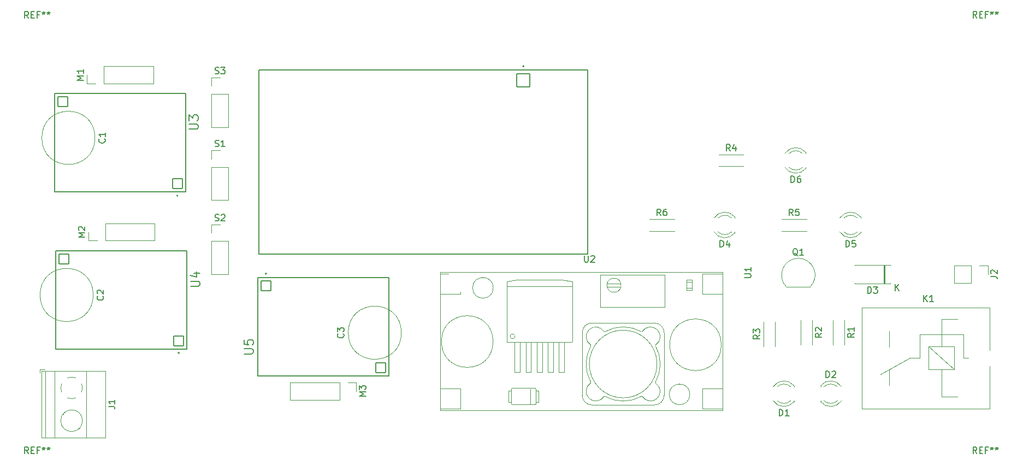
<source format=gto>
%TF.GenerationSoftware,KiCad,Pcbnew,8.0.0*%
%TF.CreationDate,2024-04-26T14:48:52+07:00*%
%TF.ProjectId,tugas-akhir,74756761-732d-4616-9b68-69722e6b6963,0*%
%TF.SameCoordinates,Original*%
%TF.FileFunction,Legend,Top*%
%TF.FilePolarity,Positive*%
%FSLAX46Y46*%
G04 Gerber Fmt 4.6, Leading zero omitted, Abs format (unit mm)*
G04 Created by KiCad (PCBNEW 8.0.0) date 2024-04-26 14:48:52*
%MOMM*%
%LPD*%
G01*
G04 APERTURE LIST*
G04 Aperture macros list*
%AMRoundRect*
0 Rectangle with rounded corners*
0 $1 Rounding radius*
0 $2 $3 $4 $5 $6 $7 $8 $9 X,Y pos of 4 corners*
0 Add a 4 corners polygon primitive as box body*
4,1,4,$2,$3,$4,$5,$6,$7,$8,$9,$2,$3,0*
0 Add four circle primitives for the rounded corners*
1,1,$1+$1,$2,$3*
1,1,$1+$1,$4,$5*
1,1,$1+$1,$6,$7*
1,1,$1+$1,$8,$9*
0 Add four rect primitives between the rounded corners*
20,1,$1+$1,$2,$3,$4,$5,0*
20,1,$1+$1,$4,$5,$6,$7,0*
20,1,$1+$1,$6,$7,$8,$9,0*
20,1,$1+$1,$8,$9,$2,$3,0*%
G04 Aperture macros list end*
%ADD10C,0.150000*%
%ADD11C,0.120000*%
%ADD12C,0.127000*%
%ADD13C,0.200000*%
%ADD14R,2.600000X2.600000*%
%ADD15C,2.600000*%
%ADD16C,1.400000*%
%ADD17O,1.400000X1.400000*%
%ADD18R,1.700000X1.700000*%
%ADD19O,1.700000X1.700000*%
%ADD20R,1.800000X1.800000*%
%ADD21C,1.800000*%
%ADD22RoundRect,0.102000X-0.762000X0.762000X-0.762000X-0.762000X0.762000X-0.762000X0.762000X0.762000X0*%
%ADD23C,1.728000*%
%ADD24RoundRect,0.102000X-1.000000X1.000000X-1.000000X-1.000000X1.000000X-1.000000X1.000000X1.000000X0*%
%ADD25C,2.204000*%
%ADD26C,3.000000*%
%ADD27C,2.500000*%
%ADD28C,3.200000*%
%ADD29R,1.050000X1.500000*%
%ADD30O,1.050000X1.500000*%
%ADD31C,1.600000*%
%ADD32RoundRect,0.102000X0.762000X-0.762000X0.762000X0.762000X-0.762000X0.762000X-0.762000X-0.762000X0*%
%ADD33R,2.540000X2.540000*%
%ADD34C,2.540000*%
%ADD35R,2.200000X2.200000*%
%ADD36O,2.200000X2.200000*%
G04 APERTURE END LIST*
D10*
X80059819Y-114173333D02*
X80774104Y-114173333D01*
X80774104Y-114173333D02*
X80916961Y-114220952D01*
X80916961Y-114220952D02*
X81012200Y-114316190D01*
X81012200Y-114316190D02*
X81059819Y-114459047D01*
X81059819Y-114459047D02*
X81059819Y-114554285D01*
X81059819Y-113173333D02*
X81059819Y-113744761D01*
X81059819Y-113459047D02*
X80059819Y-113459047D01*
X80059819Y-113459047D02*
X80202676Y-113554285D01*
X80202676Y-113554285D02*
X80297914Y-113649523D01*
X80297914Y-113649523D02*
X80345533Y-113744761D01*
X181029819Y-103116666D02*
X180553628Y-103449999D01*
X181029819Y-103688094D02*
X180029819Y-103688094D01*
X180029819Y-103688094D02*
X180029819Y-103307142D01*
X180029819Y-103307142D02*
X180077438Y-103211904D01*
X180077438Y-103211904D02*
X180125057Y-103164285D01*
X180125057Y-103164285D02*
X180220295Y-103116666D01*
X180220295Y-103116666D02*
X180363152Y-103116666D01*
X180363152Y-103116666D02*
X180458390Y-103164285D01*
X180458390Y-103164285D02*
X180506009Y-103211904D01*
X180506009Y-103211904D02*
X180553628Y-103307142D01*
X180553628Y-103307142D02*
X180553628Y-103688094D01*
X180029819Y-102783332D02*
X180029819Y-102164285D01*
X180029819Y-102164285D02*
X180410771Y-102497618D01*
X180410771Y-102497618D02*
X180410771Y-102354761D01*
X180410771Y-102354761D02*
X180458390Y-102259523D01*
X180458390Y-102259523D02*
X180506009Y-102211904D01*
X180506009Y-102211904D02*
X180601247Y-102164285D01*
X180601247Y-102164285D02*
X180839342Y-102164285D01*
X180839342Y-102164285D02*
X180934580Y-102211904D01*
X180934580Y-102211904D02*
X180982200Y-102259523D01*
X180982200Y-102259523D02*
X181029819Y-102354761D01*
X181029819Y-102354761D02*
X181029819Y-102640475D01*
X181029819Y-102640475D02*
X180982200Y-102735713D01*
X180982200Y-102735713D02*
X180934580Y-102783332D01*
X96583095Y-62587200D02*
X96725952Y-62634819D01*
X96725952Y-62634819D02*
X96964047Y-62634819D01*
X96964047Y-62634819D02*
X97059285Y-62587200D01*
X97059285Y-62587200D02*
X97106904Y-62539580D01*
X97106904Y-62539580D02*
X97154523Y-62444342D01*
X97154523Y-62444342D02*
X97154523Y-62349104D01*
X97154523Y-62349104D02*
X97106904Y-62253866D01*
X97106904Y-62253866D02*
X97059285Y-62206247D01*
X97059285Y-62206247D02*
X96964047Y-62158628D01*
X96964047Y-62158628D02*
X96773571Y-62111009D01*
X96773571Y-62111009D02*
X96678333Y-62063390D01*
X96678333Y-62063390D02*
X96630714Y-62015771D01*
X96630714Y-62015771D02*
X96583095Y-61920533D01*
X96583095Y-61920533D02*
X96583095Y-61825295D01*
X96583095Y-61825295D02*
X96630714Y-61730057D01*
X96630714Y-61730057D02*
X96678333Y-61682438D01*
X96678333Y-61682438D02*
X96773571Y-61634819D01*
X96773571Y-61634819D02*
X97011666Y-61634819D01*
X97011666Y-61634819D02*
X97154523Y-61682438D01*
X97487857Y-61634819D02*
X98106904Y-61634819D01*
X98106904Y-61634819D02*
X97773571Y-62015771D01*
X97773571Y-62015771D02*
X97916428Y-62015771D01*
X97916428Y-62015771D02*
X98011666Y-62063390D01*
X98011666Y-62063390D02*
X98059285Y-62111009D01*
X98059285Y-62111009D02*
X98106904Y-62206247D01*
X98106904Y-62206247D02*
X98106904Y-62444342D01*
X98106904Y-62444342D02*
X98059285Y-62539580D01*
X98059285Y-62539580D02*
X98011666Y-62587200D01*
X98011666Y-62587200D02*
X97916428Y-62634819D01*
X97916428Y-62634819D02*
X97630714Y-62634819D01*
X97630714Y-62634819D02*
X97535476Y-62587200D01*
X97535476Y-62587200D02*
X97487857Y-62539580D01*
X76399819Y-87959523D02*
X75399819Y-87959523D01*
X75399819Y-87959523D02*
X76114104Y-87626190D01*
X76114104Y-87626190D02*
X75399819Y-87292857D01*
X75399819Y-87292857D02*
X76399819Y-87292857D01*
X75495057Y-86864285D02*
X75447438Y-86816666D01*
X75447438Y-86816666D02*
X75399819Y-86721428D01*
X75399819Y-86721428D02*
X75399819Y-86483333D01*
X75399819Y-86483333D02*
X75447438Y-86388095D01*
X75447438Y-86388095D02*
X75495057Y-86340476D01*
X75495057Y-86340476D02*
X75590295Y-86292857D01*
X75590295Y-86292857D02*
X75685533Y-86292857D01*
X75685533Y-86292857D02*
X75828390Y-86340476D01*
X75828390Y-86340476D02*
X76399819Y-86911904D01*
X76399819Y-86911904D02*
X76399819Y-86292857D01*
X119929819Y-112609523D02*
X118929819Y-112609523D01*
X118929819Y-112609523D02*
X119644104Y-112276190D01*
X119644104Y-112276190D02*
X118929819Y-111942857D01*
X118929819Y-111942857D02*
X119929819Y-111942857D01*
X118929819Y-111561904D02*
X118929819Y-110942857D01*
X118929819Y-110942857D02*
X119310771Y-111276190D01*
X119310771Y-111276190D02*
X119310771Y-111133333D01*
X119310771Y-111133333D02*
X119358390Y-111038095D01*
X119358390Y-111038095D02*
X119406009Y-110990476D01*
X119406009Y-110990476D02*
X119501247Y-110942857D01*
X119501247Y-110942857D02*
X119739342Y-110942857D01*
X119739342Y-110942857D02*
X119834580Y-110990476D01*
X119834580Y-110990476D02*
X119882200Y-111038095D01*
X119882200Y-111038095D02*
X119929819Y-111133333D01*
X119929819Y-111133333D02*
X119929819Y-111419047D01*
X119929819Y-111419047D02*
X119882200Y-111514285D01*
X119882200Y-111514285D02*
X119834580Y-111561904D01*
X194361905Y-89464819D02*
X194361905Y-88464819D01*
X194361905Y-88464819D02*
X194600000Y-88464819D01*
X194600000Y-88464819D02*
X194742857Y-88512438D01*
X194742857Y-88512438D02*
X194838095Y-88607676D01*
X194838095Y-88607676D02*
X194885714Y-88702914D01*
X194885714Y-88702914D02*
X194933333Y-88893390D01*
X194933333Y-88893390D02*
X194933333Y-89036247D01*
X194933333Y-89036247D02*
X194885714Y-89226723D01*
X194885714Y-89226723D02*
X194838095Y-89321961D01*
X194838095Y-89321961D02*
X194742857Y-89417200D01*
X194742857Y-89417200D02*
X194600000Y-89464819D01*
X194600000Y-89464819D02*
X194361905Y-89464819D01*
X195838095Y-88464819D02*
X195361905Y-88464819D01*
X195361905Y-88464819D02*
X195314286Y-88941009D01*
X195314286Y-88941009D02*
X195361905Y-88893390D01*
X195361905Y-88893390D02*
X195457143Y-88845771D01*
X195457143Y-88845771D02*
X195695238Y-88845771D01*
X195695238Y-88845771D02*
X195790476Y-88893390D01*
X195790476Y-88893390D02*
X195838095Y-88941009D01*
X195838095Y-88941009D02*
X195885714Y-89036247D01*
X195885714Y-89036247D02*
X195885714Y-89274342D01*
X195885714Y-89274342D02*
X195838095Y-89369580D01*
X195838095Y-89369580D02*
X195790476Y-89417200D01*
X195790476Y-89417200D02*
X195695238Y-89464819D01*
X195695238Y-89464819D02*
X195457143Y-89464819D01*
X195457143Y-89464819D02*
X195361905Y-89417200D01*
X195361905Y-89417200D02*
X195314286Y-89369580D01*
X96583095Y-73877200D02*
X96725952Y-73924819D01*
X96725952Y-73924819D02*
X96964047Y-73924819D01*
X96964047Y-73924819D02*
X97059285Y-73877200D01*
X97059285Y-73877200D02*
X97106904Y-73829580D01*
X97106904Y-73829580D02*
X97154523Y-73734342D01*
X97154523Y-73734342D02*
X97154523Y-73639104D01*
X97154523Y-73639104D02*
X97106904Y-73543866D01*
X97106904Y-73543866D02*
X97059285Y-73496247D01*
X97059285Y-73496247D02*
X96964047Y-73448628D01*
X96964047Y-73448628D02*
X96773571Y-73401009D01*
X96773571Y-73401009D02*
X96678333Y-73353390D01*
X96678333Y-73353390D02*
X96630714Y-73305771D01*
X96630714Y-73305771D02*
X96583095Y-73210533D01*
X96583095Y-73210533D02*
X96583095Y-73115295D01*
X96583095Y-73115295D02*
X96630714Y-73020057D01*
X96630714Y-73020057D02*
X96678333Y-72972438D01*
X96678333Y-72972438D02*
X96773571Y-72924819D01*
X96773571Y-72924819D02*
X97011666Y-72924819D01*
X97011666Y-72924819D02*
X97154523Y-72972438D01*
X98106904Y-73924819D02*
X97535476Y-73924819D01*
X97821190Y-73924819D02*
X97821190Y-72924819D01*
X97821190Y-72924819D02*
X97725952Y-73067676D01*
X97725952Y-73067676D02*
X97630714Y-73162914D01*
X97630714Y-73162914D02*
X97535476Y-73210533D01*
X96583095Y-85377200D02*
X96725952Y-85424819D01*
X96725952Y-85424819D02*
X96964047Y-85424819D01*
X96964047Y-85424819D02*
X97059285Y-85377200D01*
X97059285Y-85377200D02*
X97106904Y-85329580D01*
X97106904Y-85329580D02*
X97154523Y-85234342D01*
X97154523Y-85234342D02*
X97154523Y-85139104D01*
X97154523Y-85139104D02*
X97106904Y-85043866D01*
X97106904Y-85043866D02*
X97059285Y-84996247D01*
X97059285Y-84996247D02*
X96964047Y-84948628D01*
X96964047Y-84948628D02*
X96773571Y-84901009D01*
X96773571Y-84901009D02*
X96678333Y-84853390D01*
X96678333Y-84853390D02*
X96630714Y-84805771D01*
X96630714Y-84805771D02*
X96583095Y-84710533D01*
X96583095Y-84710533D02*
X96583095Y-84615295D01*
X96583095Y-84615295D02*
X96630714Y-84520057D01*
X96630714Y-84520057D02*
X96678333Y-84472438D01*
X96678333Y-84472438D02*
X96773571Y-84424819D01*
X96773571Y-84424819D02*
X97011666Y-84424819D01*
X97011666Y-84424819D02*
X97154523Y-84472438D01*
X97535476Y-84520057D02*
X97583095Y-84472438D01*
X97583095Y-84472438D02*
X97678333Y-84424819D01*
X97678333Y-84424819D02*
X97916428Y-84424819D01*
X97916428Y-84424819D02*
X98011666Y-84472438D01*
X98011666Y-84472438D02*
X98059285Y-84520057D01*
X98059285Y-84520057D02*
X98106904Y-84615295D01*
X98106904Y-84615295D02*
X98106904Y-84710533D01*
X98106904Y-84710533D02*
X98059285Y-84853390D01*
X98059285Y-84853390D02*
X97487857Y-85424819D01*
X97487857Y-85424819D02*
X98106904Y-85424819D01*
X186178333Y-84584819D02*
X185845000Y-84108628D01*
X185606905Y-84584819D02*
X185606905Y-83584819D01*
X185606905Y-83584819D02*
X185987857Y-83584819D01*
X185987857Y-83584819D02*
X186083095Y-83632438D01*
X186083095Y-83632438D02*
X186130714Y-83680057D01*
X186130714Y-83680057D02*
X186178333Y-83775295D01*
X186178333Y-83775295D02*
X186178333Y-83918152D01*
X186178333Y-83918152D02*
X186130714Y-84013390D01*
X186130714Y-84013390D02*
X186083095Y-84061009D01*
X186083095Y-84061009D02*
X185987857Y-84108628D01*
X185987857Y-84108628D02*
X185606905Y-84108628D01*
X187083095Y-83584819D02*
X186606905Y-83584819D01*
X186606905Y-83584819D02*
X186559286Y-84061009D01*
X186559286Y-84061009D02*
X186606905Y-84013390D01*
X186606905Y-84013390D02*
X186702143Y-83965771D01*
X186702143Y-83965771D02*
X186940238Y-83965771D01*
X186940238Y-83965771D02*
X187035476Y-84013390D01*
X187035476Y-84013390D02*
X187083095Y-84061009D01*
X187083095Y-84061009D02*
X187130714Y-84156247D01*
X187130714Y-84156247D02*
X187130714Y-84394342D01*
X187130714Y-84394342D02*
X187083095Y-84489580D01*
X187083095Y-84489580D02*
X187035476Y-84537200D01*
X187035476Y-84537200D02*
X186940238Y-84584819D01*
X186940238Y-84584819D02*
X186702143Y-84584819D01*
X186702143Y-84584819D02*
X186606905Y-84537200D01*
X186606905Y-84537200D02*
X186559286Y-84489580D01*
X184026905Y-115614819D02*
X184026905Y-114614819D01*
X184026905Y-114614819D02*
X184265000Y-114614819D01*
X184265000Y-114614819D02*
X184407857Y-114662438D01*
X184407857Y-114662438D02*
X184503095Y-114757676D01*
X184503095Y-114757676D02*
X184550714Y-114852914D01*
X184550714Y-114852914D02*
X184598333Y-115043390D01*
X184598333Y-115043390D02*
X184598333Y-115186247D01*
X184598333Y-115186247D02*
X184550714Y-115376723D01*
X184550714Y-115376723D02*
X184503095Y-115471961D01*
X184503095Y-115471961D02*
X184407857Y-115567200D01*
X184407857Y-115567200D02*
X184265000Y-115614819D01*
X184265000Y-115614819D02*
X184026905Y-115614819D01*
X185550714Y-115614819D02*
X184979286Y-115614819D01*
X185265000Y-115614819D02*
X185265000Y-114614819D01*
X185265000Y-114614819D02*
X185169762Y-114757676D01*
X185169762Y-114757676D02*
X185074524Y-114852914D01*
X185074524Y-114852914D02*
X184979286Y-114900533D01*
X195619819Y-102866666D02*
X195143628Y-103199999D01*
X195619819Y-103438094D02*
X194619819Y-103438094D01*
X194619819Y-103438094D02*
X194619819Y-103057142D01*
X194619819Y-103057142D02*
X194667438Y-102961904D01*
X194667438Y-102961904D02*
X194715057Y-102914285D01*
X194715057Y-102914285D02*
X194810295Y-102866666D01*
X194810295Y-102866666D02*
X194953152Y-102866666D01*
X194953152Y-102866666D02*
X195048390Y-102914285D01*
X195048390Y-102914285D02*
X195096009Y-102961904D01*
X195096009Y-102961904D02*
X195143628Y-103057142D01*
X195143628Y-103057142D02*
X195143628Y-103438094D01*
X195619819Y-101914285D02*
X195619819Y-102485713D01*
X195619819Y-102199999D02*
X194619819Y-102199999D01*
X194619819Y-102199999D02*
X194762676Y-102295237D01*
X194762676Y-102295237D02*
X194857914Y-102390475D01*
X194857914Y-102390475D02*
X194905533Y-102485713D01*
X216819819Y-94033333D02*
X217534104Y-94033333D01*
X217534104Y-94033333D02*
X217676961Y-94080952D01*
X217676961Y-94080952D02*
X217772200Y-94176190D01*
X217772200Y-94176190D02*
X217819819Y-94319047D01*
X217819819Y-94319047D02*
X217819819Y-94414285D01*
X216915057Y-93604761D02*
X216867438Y-93557142D01*
X216867438Y-93557142D02*
X216819819Y-93461904D01*
X216819819Y-93461904D02*
X216819819Y-93223809D01*
X216819819Y-93223809D02*
X216867438Y-93128571D01*
X216867438Y-93128571D02*
X216915057Y-93080952D01*
X216915057Y-93080952D02*
X217010295Y-93033333D01*
X217010295Y-93033333D02*
X217105533Y-93033333D01*
X217105533Y-93033333D02*
X217248390Y-93080952D01*
X217248390Y-93080952D02*
X217819819Y-93652380D01*
X217819819Y-93652380D02*
X217819819Y-93033333D01*
X92573866Y-71211666D02*
X93707200Y-71211666D01*
X93707200Y-71211666D02*
X93840533Y-71145000D01*
X93840533Y-71145000D02*
X93907200Y-71078333D01*
X93907200Y-71078333D02*
X93973866Y-70945000D01*
X93973866Y-70945000D02*
X93973866Y-70678333D01*
X93973866Y-70678333D02*
X93907200Y-70545000D01*
X93907200Y-70545000D02*
X93840533Y-70478333D01*
X93840533Y-70478333D02*
X93707200Y-70411666D01*
X93707200Y-70411666D02*
X92573866Y-70411666D01*
X92573866Y-69878333D02*
X92573866Y-69011666D01*
X92573866Y-69011666D02*
X93107200Y-69478333D01*
X93107200Y-69478333D02*
X93107200Y-69278333D01*
X93107200Y-69278333D02*
X93173866Y-69144999D01*
X93173866Y-69144999D02*
X93240533Y-69078333D01*
X93240533Y-69078333D02*
X93373866Y-69011666D01*
X93373866Y-69011666D02*
X93707200Y-69011666D01*
X93707200Y-69011666D02*
X93840533Y-69078333D01*
X93840533Y-69078333D02*
X93907200Y-69144999D01*
X93907200Y-69144999D02*
X93973866Y-69278333D01*
X93973866Y-69278333D02*
X93973866Y-69678333D01*
X93973866Y-69678333D02*
X93907200Y-69811666D01*
X93907200Y-69811666D02*
X93840533Y-69878333D01*
X76169819Y-63609523D02*
X75169819Y-63609523D01*
X75169819Y-63609523D02*
X75884104Y-63276190D01*
X75884104Y-63276190D02*
X75169819Y-62942857D01*
X75169819Y-62942857D02*
X76169819Y-62942857D01*
X76169819Y-61942857D02*
X76169819Y-62514285D01*
X76169819Y-62228571D02*
X75169819Y-62228571D01*
X75169819Y-62228571D02*
X75312676Y-62323809D01*
X75312676Y-62323809D02*
X75407914Y-62419047D01*
X75407914Y-62419047D02*
X75455533Y-62514285D01*
X178659819Y-94206904D02*
X179469342Y-94206904D01*
X179469342Y-94206904D02*
X179564580Y-94159285D01*
X179564580Y-94159285D02*
X179612200Y-94111666D01*
X179612200Y-94111666D02*
X179659819Y-94016428D01*
X179659819Y-94016428D02*
X179659819Y-93825952D01*
X179659819Y-93825952D02*
X179612200Y-93730714D01*
X179612200Y-93730714D02*
X179564580Y-93683095D01*
X179564580Y-93683095D02*
X179469342Y-93635476D01*
X179469342Y-93635476D02*
X178659819Y-93635476D01*
X179659819Y-92635476D02*
X179659819Y-93206904D01*
X179659819Y-92921190D02*
X178659819Y-92921190D01*
X178659819Y-92921190D02*
X178802676Y-93016428D01*
X178802676Y-93016428D02*
X178897914Y-93111666D01*
X178897914Y-93111666D02*
X178945533Y-93206904D01*
X206406905Y-97954819D02*
X206406905Y-96954819D01*
X206978333Y-97954819D02*
X206549762Y-97383390D01*
X206978333Y-96954819D02*
X206406905Y-97526247D01*
X207930714Y-97954819D02*
X207359286Y-97954819D01*
X207645000Y-97954819D02*
X207645000Y-96954819D01*
X207645000Y-96954819D02*
X207549762Y-97097676D01*
X207549762Y-97097676D02*
X207454524Y-97192914D01*
X207454524Y-97192914D02*
X207359286Y-97240533D01*
X92803866Y-95561666D02*
X93937200Y-95561666D01*
X93937200Y-95561666D02*
X94070533Y-95495000D01*
X94070533Y-95495000D02*
X94137200Y-95428333D01*
X94137200Y-95428333D02*
X94203866Y-95295000D01*
X94203866Y-95295000D02*
X94203866Y-95028333D01*
X94203866Y-95028333D02*
X94137200Y-94895000D01*
X94137200Y-94895000D02*
X94070533Y-94828333D01*
X94070533Y-94828333D02*
X93937200Y-94761666D01*
X93937200Y-94761666D02*
X92803866Y-94761666D01*
X93270533Y-93494999D02*
X94203866Y-93494999D01*
X92737200Y-93828333D02*
X93737200Y-94161666D01*
X93737200Y-94161666D02*
X93737200Y-93294999D01*
X67666666Y-121454819D02*
X67333333Y-120978628D01*
X67095238Y-121454819D02*
X67095238Y-120454819D01*
X67095238Y-120454819D02*
X67476190Y-120454819D01*
X67476190Y-120454819D02*
X67571428Y-120502438D01*
X67571428Y-120502438D02*
X67619047Y-120550057D01*
X67619047Y-120550057D02*
X67666666Y-120645295D01*
X67666666Y-120645295D02*
X67666666Y-120788152D01*
X67666666Y-120788152D02*
X67619047Y-120883390D01*
X67619047Y-120883390D02*
X67571428Y-120931009D01*
X67571428Y-120931009D02*
X67476190Y-120978628D01*
X67476190Y-120978628D02*
X67095238Y-120978628D01*
X68095238Y-120931009D02*
X68428571Y-120931009D01*
X68571428Y-121454819D02*
X68095238Y-121454819D01*
X68095238Y-121454819D02*
X68095238Y-120454819D01*
X68095238Y-120454819D02*
X68571428Y-120454819D01*
X69333333Y-120931009D02*
X69000000Y-120931009D01*
X69000000Y-121454819D02*
X69000000Y-120454819D01*
X69000000Y-120454819D02*
X69476190Y-120454819D01*
X70000000Y-120454819D02*
X70000000Y-120692914D01*
X69761905Y-120597676D02*
X70000000Y-120692914D01*
X70000000Y-120692914D02*
X70238095Y-120597676D01*
X69857143Y-120883390D02*
X70000000Y-120692914D01*
X70000000Y-120692914D02*
X70142857Y-120883390D01*
X70761905Y-120454819D02*
X70761905Y-120692914D01*
X70523810Y-120597676D02*
X70761905Y-120692914D01*
X70761905Y-120692914D02*
X71000000Y-120597676D01*
X70619048Y-120883390D02*
X70761905Y-120692914D01*
X70761905Y-120692914D02*
X70904762Y-120883390D01*
X186899761Y-90800057D02*
X186804523Y-90752438D01*
X186804523Y-90752438D02*
X186709285Y-90657200D01*
X186709285Y-90657200D02*
X186566428Y-90514342D01*
X186566428Y-90514342D02*
X186471190Y-90466723D01*
X186471190Y-90466723D02*
X186375952Y-90466723D01*
X186423571Y-90704819D02*
X186328333Y-90657200D01*
X186328333Y-90657200D02*
X186233095Y-90561961D01*
X186233095Y-90561961D02*
X186185476Y-90371485D01*
X186185476Y-90371485D02*
X186185476Y-90038152D01*
X186185476Y-90038152D02*
X186233095Y-89847676D01*
X186233095Y-89847676D02*
X186328333Y-89752438D01*
X186328333Y-89752438D02*
X186423571Y-89704819D01*
X186423571Y-89704819D02*
X186614047Y-89704819D01*
X186614047Y-89704819D02*
X186709285Y-89752438D01*
X186709285Y-89752438D02*
X186804523Y-89847676D01*
X186804523Y-89847676D02*
X186852142Y-90038152D01*
X186852142Y-90038152D02*
X186852142Y-90371485D01*
X186852142Y-90371485D02*
X186804523Y-90561961D01*
X186804523Y-90561961D02*
X186709285Y-90657200D01*
X186709285Y-90657200D02*
X186614047Y-90704819D01*
X186614047Y-90704819D02*
X186423571Y-90704819D01*
X187804523Y-90704819D02*
X187233095Y-90704819D01*
X187518809Y-90704819D02*
X187518809Y-89704819D01*
X187518809Y-89704819D02*
X187423571Y-89847676D01*
X187423571Y-89847676D02*
X187328333Y-89942914D01*
X187328333Y-89942914D02*
X187233095Y-89990533D01*
X79454580Y-72716666D02*
X79502200Y-72764285D01*
X79502200Y-72764285D02*
X79549819Y-72907142D01*
X79549819Y-72907142D02*
X79549819Y-73002380D01*
X79549819Y-73002380D02*
X79502200Y-73145237D01*
X79502200Y-73145237D02*
X79406961Y-73240475D01*
X79406961Y-73240475D02*
X79311723Y-73288094D01*
X79311723Y-73288094D02*
X79121247Y-73335713D01*
X79121247Y-73335713D02*
X78978390Y-73335713D01*
X78978390Y-73335713D02*
X78787914Y-73288094D01*
X78787914Y-73288094D02*
X78692676Y-73240475D01*
X78692676Y-73240475D02*
X78597438Y-73145237D01*
X78597438Y-73145237D02*
X78549819Y-73002380D01*
X78549819Y-73002380D02*
X78549819Y-72907142D01*
X78549819Y-72907142D02*
X78597438Y-72764285D01*
X78597438Y-72764285D02*
X78645057Y-72716666D01*
X79549819Y-71764285D02*
X79549819Y-72335713D01*
X79549819Y-72049999D02*
X78549819Y-72049999D01*
X78549819Y-72049999D02*
X78692676Y-72145237D01*
X78692676Y-72145237D02*
X78787914Y-72240475D01*
X78787914Y-72240475D02*
X78835533Y-72335713D01*
X214666666Y-53954819D02*
X214333333Y-53478628D01*
X214095238Y-53954819D02*
X214095238Y-52954819D01*
X214095238Y-52954819D02*
X214476190Y-52954819D01*
X214476190Y-52954819D02*
X214571428Y-53002438D01*
X214571428Y-53002438D02*
X214619047Y-53050057D01*
X214619047Y-53050057D02*
X214666666Y-53145295D01*
X214666666Y-53145295D02*
X214666666Y-53288152D01*
X214666666Y-53288152D02*
X214619047Y-53383390D01*
X214619047Y-53383390D02*
X214571428Y-53431009D01*
X214571428Y-53431009D02*
X214476190Y-53478628D01*
X214476190Y-53478628D02*
X214095238Y-53478628D01*
X215095238Y-53431009D02*
X215428571Y-53431009D01*
X215571428Y-53954819D02*
X215095238Y-53954819D01*
X215095238Y-53954819D02*
X215095238Y-52954819D01*
X215095238Y-52954819D02*
X215571428Y-52954819D01*
X216333333Y-53431009D02*
X216000000Y-53431009D01*
X216000000Y-53954819D02*
X216000000Y-52954819D01*
X216000000Y-52954819D02*
X216476190Y-52954819D01*
X217000000Y-52954819D02*
X217000000Y-53192914D01*
X216761905Y-53097676D02*
X217000000Y-53192914D01*
X217000000Y-53192914D02*
X217238095Y-53097676D01*
X216857143Y-53383390D02*
X217000000Y-53192914D01*
X217000000Y-53192914D02*
X217142857Y-53383390D01*
X217761905Y-52954819D02*
X217761905Y-53192914D01*
X217523810Y-53097676D02*
X217761905Y-53192914D01*
X217761905Y-53192914D02*
X218000000Y-53097676D01*
X217619048Y-53383390D02*
X217761905Y-53192914D01*
X217761905Y-53192914D02*
X217904762Y-53383390D01*
X67666666Y-54004819D02*
X67333333Y-53528628D01*
X67095238Y-54004819D02*
X67095238Y-53004819D01*
X67095238Y-53004819D02*
X67476190Y-53004819D01*
X67476190Y-53004819D02*
X67571428Y-53052438D01*
X67571428Y-53052438D02*
X67619047Y-53100057D01*
X67619047Y-53100057D02*
X67666666Y-53195295D01*
X67666666Y-53195295D02*
X67666666Y-53338152D01*
X67666666Y-53338152D02*
X67619047Y-53433390D01*
X67619047Y-53433390D02*
X67571428Y-53481009D01*
X67571428Y-53481009D02*
X67476190Y-53528628D01*
X67476190Y-53528628D02*
X67095238Y-53528628D01*
X68095238Y-53481009D02*
X68428571Y-53481009D01*
X68571428Y-54004819D02*
X68095238Y-54004819D01*
X68095238Y-54004819D02*
X68095238Y-53004819D01*
X68095238Y-53004819D02*
X68571428Y-53004819D01*
X69333333Y-53481009D02*
X69000000Y-53481009D01*
X69000000Y-54004819D02*
X69000000Y-53004819D01*
X69000000Y-53004819D02*
X69476190Y-53004819D01*
X70000000Y-53004819D02*
X70000000Y-53242914D01*
X69761905Y-53147676D02*
X70000000Y-53242914D01*
X70000000Y-53242914D02*
X70238095Y-53147676D01*
X69857143Y-53433390D02*
X70000000Y-53242914D01*
X70000000Y-53242914D02*
X70142857Y-53433390D01*
X70761905Y-53004819D02*
X70761905Y-53242914D01*
X70523810Y-53147676D02*
X70761905Y-53242914D01*
X70761905Y-53242914D02*
X71000000Y-53147676D01*
X70619048Y-53433390D02*
X70761905Y-53242914D01*
X70761905Y-53242914D02*
X70904762Y-53433390D01*
X116454580Y-102916666D02*
X116502200Y-102964285D01*
X116502200Y-102964285D02*
X116549819Y-103107142D01*
X116549819Y-103107142D02*
X116549819Y-103202380D01*
X116549819Y-103202380D02*
X116502200Y-103345237D01*
X116502200Y-103345237D02*
X116406961Y-103440475D01*
X116406961Y-103440475D02*
X116311723Y-103488094D01*
X116311723Y-103488094D02*
X116121247Y-103535713D01*
X116121247Y-103535713D02*
X115978390Y-103535713D01*
X115978390Y-103535713D02*
X115787914Y-103488094D01*
X115787914Y-103488094D02*
X115692676Y-103440475D01*
X115692676Y-103440475D02*
X115597438Y-103345237D01*
X115597438Y-103345237D02*
X115549819Y-103202380D01*
X115549819Y-103202380D02*
X115549819Y-103107142D01*
X115549819Y-103107142D02*
X115597438Y-102964285D01*
X115597438Y-102964285D02*
X115645057Y-102916666D01*
X115549819Y-102583332D02*
X115549819Y-101964285D01*
X115549819Y-101964285D02*
X115930771Y-102297618D01*
X115930771Y-102297618D02*
X115930771Y-102154761D01*
X115930771Y-102154761D02*
X115978390Y-102059523D01*
X115978390Y-102059523D02*
X116026009Y-102011904D01*
X116026009Y-102011904D02*
X116121247Y-101964285D01*
X116121247Y-101964285D02*
X116359342Y-101964285D01*
X116359342Y-101964285D02*
X116454580Y-102011904D01*
X116454580Y-102011904D02*
X116502200Y-102059523D01*
X116502200Y-102059523D02*
X116549819Y-102154761D01*
X116549819Y-102154761D02*
X116549819Y-102440475D01*
X116549819Y-102440475D02*
X116502200Y-102535713D01*
X116502200Y-102535713D02*
X116454580Y-102583332D01*
X185861905Y-79464819D02*
X185861905Y-78464819D01*
X185861905Y-78464819D02*
X186100000Y-78464819D01*
X186100000Y-78464819D02*
X186242857Y-78512438D01*
X186242857Y-78512438D02*
X186338095Y-78607676D01*
X186338095Y-78607676D02*
X186385714Y-78702914D01*
X186385714Y-78702914D02*
X186433333Y-78893390D01*
X186433333Y-78893390D02*
X186433333Y-79036247D01*
X186433333Y-79036247D02*
X186385714Y-79226723D01*
X186385714Y-79226723D02*
X186338095Y-79321961D01*
X186338095Y-79321961D02*
X186242857Y-79417200D01*
X186242857Y-79417200D02*
X186100000Y-79464819D01*
X186100000Y-79464819D02*
X185861905Y-79464819D01*
X187290476Y-78464819D02*
X187100000Y-78464819D01*
X187100000Y-78464819D02*
X187004762Y-78512438D01*
X187004762Y-78512438D02*
X186957143Y-78560057D01*
X186957143Y-78560057D02*
X186861905Y-78702914D01*
X186861905Y-78702914D02*
X186814286Y-78893390D01*
X186814286Y-78893390D02*
X186814286Y-79274342D01*
X186814286Y-79274342D02*
X186861905Y-79369580D01*
X186861905Y-79369580D02*
X186909524Y-79417200D01*
X186909524Y-79417200D02*
X187004762Y-79464819D01*
X187004762Y-79464819D02*
X187195238Y-79464819D01*
X187195238Y-79464819D02*
X187290476Y-79417200D01*
X187290476Y-79417200D02*
X187338095Y-79369580D01*
X187338095Y-79369580D02*
X187385714Y-79274342D01*
X187385714Y-79274342D02*
X187385714Y-79036247D01*
X187385714Y-79036247D02*
X187338095Y-78941009D01*
X187338095Y-78941009D02*
X187290476Y-78893390D01*
X187290476Y-78893390D02*
X187195238Y-78845771D01*
X187195238Y-78845771D02*
X187004762Y-78845771D01*
X187004762Y-78845771D02*
X186909524Y-78893390D01*
X186909524Y-78893390D02*
X186861905Y-78941009D01*
X186861905Y-78941009D02*
X186814286Y-79036247D01*
X176428333Y-74584819D02*
X176095000Y-74108628D01*
X175856905Y-74584819D02*
X175856905Y-73584819D01*
X175856905Y-73584819D02*
X176237857Y-73584819D01*
X176237857Y-73584819D02*
X176333095Y-73632438D01*
X176333095Y-73632438D02*
X176380714Y-73680057D01*
X176380714Y-73680057D02*
X176428333Y-73775295D01*
X176428333Y-73775295D02*
X176428333Y-73918152D01*
X176428333Y-73918152D02*
X176380714Y-74013390D01*
X176380714Y-74013390D02*
X176333095Y-74061009D01*
X176333095Y-74061009D02*
X176237857Y-74108628D01*
X176237857Y-74108628D02*
X175856905Y-74108628D01*
X177285476Y-73918152D02*
X177285476Y-74584819D01*
X177047381Y-73537200D02*
X176809286Y-74251485D01*
X176809286Y-74251485D02*
X177428333Y-74251485D01*
X101095866Y-106021666D02*
X102229200Y-106021666D01*
X102229200Y-106021666D02*
X102362533Y-105955000D01*
X102362533Y-105955000D02*
X102429200Y-105888333D01*
X102429200Y-105888333D02*
X102495866Y-105755000D01*
X102495866Y-105755000D02*
X102495866Y-105488333D01*
X102495866Y-105488333D02*
X102429200Y-105355000D01*
X102429200Y-105355000D02*
X102362533Y-105288333D01*
X102362533Y-105288333D02*
X102229200Y-105221666D01*
X102229200Y-105221666D02*
X101095866Y-105221666D01*
X101095866Y-103888333D02*
X101095866Y-104554999D01*
X101095866Y-104554999D02*
X101762533Y-104621666D01*
X101762533Y-104621666D02*
X101695866Y-104554999D01*
X101695866Y-104554999D02*
X101629200Y-104421666D01*
X101629200Y-104421666D02*
X101629200Y-104088333D01*
X101629200Y-104088333D02*
X101695866Y-103954999D01*
X101695866Y-103954999D02*
X101762533Y-103888333D01*
X101762533Y-103888333D02*
X101895866Y-103821666D01*
X101895866Y-103821666D02*
X102229200Y-103821666D01*
X102229200Y-103821666D02*
X102362533Y-103888333D01*
X102362533Y-103888333D02*
X102429200Y-103954999D01*
X102429200Y-103954999D02*
X102495866Y-104088333D01*
X102495866Y-104088333D02*
X102495866Y-104421666D01*
X102495866Y-104421666D02*
X102429200Y-104554999D01*
X102429200Y-104554999D02*
X102362533Y-104621666D01*
X165678333Y-84584819D02*
X165345000Y-84108628D01*
X165106905Y-84584819D02*
X165106905Y-83584819D01*
X165106905Y-83584819D02*
X165487857Y-83584819D01*
X165487857Y-83584819D02*
X165583095Y-83632438D01*
X165583095Y-83632438D02*
X165630714Y-83680057D01*
X165630714Y-83680057D02*
X165678333Y-83775295D01*
X165678333Y-83775295D02*
X165678333Y-83918152D01*
X165678333Y-83918152D02*
X165630714Y-84013390D01*
X165630714Y-84013390D02*
X165583095Y-84061009D01*
X165583095Y-84061009D02*
X165487857Y-84108628D01*
X165487857Y-84108628D02*
X165106905Y-84108628D01*
X166535476Y-83584819D02*
X166345000Y-83584819D01*
X166345000Y-83584819D02*
X166249762Y-83632438D01*
X166249762Y-83632438D02*
X166202143Y-83680057D01*
X166202143Y-83680057D02*
X166106905Y-83822914D01*
X166106905Y-83822914D02*
X166059286Y-84013390D01*
X166059286Y-84013390D02*
X166059286Y-84394342D01*
X166059286Y-84394342D02*
X166106905Y-84489580D01*
X166106905Y-84489580D02*
X166154524Y-84537200D01*
X166154524Y-84537200D02*
X166249762Y-84584819D01*
X166249762Y-84584819D02*
X166440238Y-84584819D01*
X166440238Y-84584819D02*
X166535476Y-84537200D01*
X166535476Y-84537200D02*
X166583095Y-84489580D01*
X166583095Y-84489580D02*
X166630714Y-84394342D01*
X166630714Y-84394342D02*
X166630714Y-84156247D01*
X166630714Y-84156247D02*
X166583095Y-84061009D01*
X166583095Y-84061009D02*
X166535476Y-84013390D01*
X166535476Y-84013390D02*
X166440238Y-83965771D01*
X166440238Y-83965771D02*
X166249762Y-83965771D01*
X166249762Y-83965771D02*
X166154524Y-84013390D01*
X166154524Y-84013390D02*
X166106905Y-84061009D01*
X166106905Y-84061009D02*
X166059286Y-84156247D01*
X190619819Y-102866666D02*
X190143628Y-103199999D01*
X190619819Y-103438094D02*
X189619819Y-103438094D01*
X189619819Y-103438094D02*
X189619819Y-103057142D01*
X189619819Y-103057142D02*
X189667438Y-102961904D01*
X189667438Y-102961904D02*
X189715057Y-102914285D01*
X189715057Y-102914285D02*
X189810295Y-102866666D01*
X189810295Y-102866666D02*
X189953152Y-102866666D01*
X189953152Y-102866666D02*
X190048390Y-102914285D01*
X190048390Y-102914285D02*
X190096009Y-102961904D01*
X190096009Y-102961904D02*
X190143628Y-103057142D01*
X190143628Y-103057142D02*
X190143628Y-103438094D01*
X189715057Y-102485713D02*
X189667438Y-102438094D01*
X189667438Y-102438094D02*
X189619819Y-102342856D01*
X189619819Y-102342856D02*
X189619819Y-102104761D01*
X189619819Y-102104761D02*
X189667438Y-102009523D01*
X189667438Y-102009523D02*
X189715057Y-101961904D01*
X189715057Y-101961904D02*
X189810295Y-101914285D01*
X189810295Y-101914285D02*
X189905533Y-101914285D01*
X189905533Y-101914285D02*
X190048390Y-101961904D01*
X190048390Y-101961904D02*
X190619819Y-102533332D01*
X190619819Y-102533332D02*
X190619819Y-101914285D01*
X214666666Y-121454819D02*
X214333333Y-120978628D01*
X214095238Y-121454819D02*
X214095238Y-120454819D01*
X214095238Y-120454819D02*
X214476190Y-120454819D01*
X214476190Y-120454819D02*
X214571428Y-120502438D01*
X214571428Y-120502438D02*
X214619047Y-120550057D01*
X214619047Y-120550057D02*
X214666666Y-120645295D01*
X214666666Y-120645295D02*
X214666666Y-120788152D01*
X214666666Y-120788152D02*
X214619047Y-120883390D01*
X214619047Y-120883390D02*
X214571428Y-120931009D01*
X214571428Y-120931009D02*
X214476190Y-120978628D01*
X214476190Y-120978628D02*
X214095238Y-120978628D01*
X215095238Y-120931009D02*
X215428571Y-120931009D01*
X215571428Y-121454819D02*
X215095238Y-121454819D01*
X215095238Y-121454819D02*
X215095238Y-120454819D01*
X215095238Y-120454819D02*
X215571428Y-120454819D01*
X216333333Y-120931009D02*
X216000000Y-120931009D01*
X216000000Y-121454819D02*
X216000000Y-120454819D01*
X216000000Y-120454819D02*
X216476190Y-120454819D01*
X217000000Y-120454819D02*
X217000000Y-120692914D01*
X216761905Y-120597676D02*
X217000000Y-120692914D01*
X217000000Y-120692914D02*
X217238095Y-120597676D01*
X216857143Y-120883390D02*
X217000000Y-120692914D01*
X217000000Y-120692914D02*
X217142857Y-120883390D01*
X217761905Y-120454819D02*
X217761905Y-120692914D01*
X217523810Y-120597676D02*
X217761905Y-120692914D01*
X217761905Y-120692914D02*
X218000000Y-120597676D01*
X217619048Y-120883390D02*
X217761905Y-120692914D01*
X217761905Y-120692914D02*
X217904762Y-120883390D01*
X153853095Y-90804819D02*
X153853095Y-91614342D01*
X153853095Y-91614342D02*
X153900714Y-91709580D01*
X153900714Y-91709580D02*
X153948333Y-91757200D01*
X153948333Y-91757200D02*
X154043571Y-91804819D01*
X154043571Y-91804819D02*
X154234047Y-91804819D01*
X154234047Y-91804819D02*
X154329285Y-91757200D01*
X154329285Y-91757200D02*
X154376904Y-91709580D01*
X154376904Y-91709580D02*
X154424523Y-91614342D01*
X154424523Y-91614342D02*
X154424523Y-90804819D01*
X154853095Y-90900057D02*
X154900714Y-90852438D01*
X154900714Y-90852438D02*
X154995952Y-90804819D01*
X154995952Y-90804819D02*
X155234047Y-90804819D01*
X155234047Y-90804819D02*
X155329285Y-90852438D01*
X155329285Y-90852438D02*
X155376904Y-90900057D01*
X155376904Y-90900057D02*
X155424523Y-90995295D01*
X155424523Y-90995295D02*
X155424523Y-91090533D01*
X155424523Y-91090533D02*
X155376904Y-91233390D01*
X155376904Y-91233390D02*
X154805476Y-91804819D01*
X154805476Y-91804819D02*
X155424523Y-91804819D01*
X174861905Y-89464819D02*
X174861905Y-88464819D01*
X174861905Y-88464819D02*
X175100000Y-88464819D01*
X175100000Y-88464819D02*
X175242857Y-88512438D01*
X175242857Y-88512438D02*
X175338095Y-88607676D01*
X175338095Y-88607676D02*
X175385714Y-88702914D01*
X175385714Y-88702914D02*
X175433333Y-88893390D01*
X175433333Y-88893390D02*
X175433333Y-89036247D01*
X175433333Y-89036247D02*
X175385714Y-89226723D01*
X175385714Y-89226723D02*
X175338095Y-89321961D01*
X175338095Y-89321961D02*
X175242857Y-89417200D01*
X175242857Y-89417200D02*
X175100000Y-89464819D01*
X175100000Y-89464819D02*
X174861905Y-89464819D01*
X176290476Y-88798152D02*
X176290476Y-89464819D01*
X176052381Y-88417200D02*
X175814286Y-89131485D01*
X175814286Y-89131485D02*
X176433333Y-89131485D01*
X191276905Y-109694819D02*
X191276905Y-108694819D01*
X191276905Y-108694819D02*
X191515000Y-108694819D01*
X191515000Y-108694819D02*
X191657857Y-108742438D01*
X191657857Y-108742438D02*
X191753095Y-108837676D01*
X191753095Y-108837676D02*
X191800714Y-108932914D01*
X191800714Y-108932914D02*
X191848333Y-109123390D01*
X191848333Y-109123390D02*
X191848333Y-109266247D01*
X191848333Y-109266247D02*
X191800714Y-109456723D01*
X191800714Y-109456723D02*
X191753095Y-109551961D01*
X191753095Y-109551961D02*
X191657857Y-109647200D01*
X191657857Y-109647200D02*
X191515000Y-109694819D01*
X191515000Y-109694819D02*
X191276905Y-109694819D01*
X192229286Y-108790057D02*
X192276905Y-108742438D01*
X192276905Y-108742438D02*
X192372143Y-108694819D01*
X192372143Y-108694819D02*
X192610238Y-108694819D01*
X192610238Y-108694819D02*
X192705476Y-108742438D01*
X192705476Y-108742438D02*
X192753095Y-108790057D01*
X192753095Y-108790057D02*
X192800714Y-108885295D01*
X192800714Y-108885295D02*
X192800714Y-108980533D01*
X192800714Y-108980533D02*
X192753095Y-109123390D01*
X192753095Y-109123390D02*
X192181667Y-109694819D01*
X192181667Y-109694819D02*
X192800714Y-109694819D01*
X79184580Y-97066666D02*
X79232200Y-97114285D01*
X79232200Y-97114285D02*
X79279819Y-97257142D01*
X79279819Y-97257142D02*
X79279819Y-97352380D01*
X79279819Y-97352380D02*
X79232200Y-97495237D01*
X79232200Y-97495237D02*
X79136961Y-97590475D01*
X79136961Y-97590475D02*
X79041723Y-97638094D01*
X79041723Y-97638094D02*
X78851247Y-97685713D01*
X78851247Y-97685713D02*
X78708390Y-97685713D01*
X78708390Y-97685713D02*
X78517914Y-97638094D01*
X78517914Y-97638094D02*
X78422676Y-97590475D01*
X78422676Y-97590475D02*
X78327438Y-97495237D01*
X78327438Y-97495237D02*
X78279819Y-97352380D01*
X78279819Y-97352380D02*
X78279819Y-97257142D01*
X78279819Y-97257142D02*
X78327438Y-97114285D01*
X78327438Y-97114285D02*
X78375057Y-97066666D01*
X78375057Y-96685713D02*
X78327438Y-96638094D01*
X78327438Y-96638094D02*
X78279819Y-96542856D01*
X78279819Y-96542856D02*
X78279819Y-96304761D01*
X78279819Y-96304761D02*
X78327438Y-96209523D01*
X78327438Y-96209523D02*
X78375057Y-96161904D01*
X78375057Y-96161904D02*
X78470295Y-96114285D01*
X78470295Y-96114285D02*
X78565533Y-96114285D01*
X78565533Y-96114285D02*
X78708390Y-96161904D01*
X78708390Y-96161904D02*
X79279819Y-96733332D01*
X79279819Y-96733332D02*
X79279819Y-96114285D01*
X197756905Y-96624819D02*
X197756905Y-95624819D01*
X197756905Y-95624819D02*
X197995000Y-95624819D01*
X197995000Y-95624819D02*
X198137857Y-95672438D01*
X198137857Y-95672438D02*
X198233095Y-95767676D01*
X198233095Y-95767676D02*
X198280714Y-95862914D01*
X198280714Y-95862914D02*
X198328333Y-96053390D01*
X198328333Y-96053390D02*
X198328333Y-96196247D01*
X198328333Y-96196247D02*
X198280714Y-96386723D01*
X198280714Y-96386723D02*
X198233095Y-96481961D01*
X198233095Y-96481961D02*
X198137857Y-96577200D01*
X198137857Y-96577200D02*
X197995000Y-96624819D01*
X197995000Y-96624819D02*
X197756905Y-96624819D01*
X198661667Y-95624819D02*
X199280714Y-95624819D01*
X199280714Y-95624819D02*
X198947381Y-96005771D01*
X198947381Y-96005771D02*
X199090238Y-96005771D01*
X199090238Y-96005771D02*
X199185476Y-96053390D01*
X199185476Y-96053390D02*
X199233095Y-96101009D01*
X199233095Y-96101009D02*
X199280714Y-96196247D01*
X199280714Y-96196247D02*
X199280714Y-96434342D01*
X199280714Y-96434342D02*
X199233095Y-96529580D01*
X199233095Y-96529580D02*
X199185476Y-96577200D01*
X199185476Y-96577200D02*
X199090238Y-96624819D01*
X199090238Y-96624819D02*
X198804524Y-96624819D01*
X198804524Y-96624819D02*
X198709286Y-96577200D01*
X198709286Y-96577200D02*
X198661667Y-96529580D01*
X202043095Y-96254819D02*
X202043095Y-95254819D01*
X202614523Y-96254819D02*
X202185952Y-95683390D01*
X202614523Y-95254819D02*
X202043095Y-95826247D01*
D11*
%TO.C,J1*%
X69445000Y-108460000D02*
X69445000Y-108960000D01*
X69685000Y-108700000D02*
X69685000Y-118980000D01*
X70185000Y-108460000D02*
X69445000Y-108460000D01*
X70245000Y-108700000D02*
X70245000Y-118980000D01*
X71745000Y-108700000D02*
X71745000Y-118980000D01*
X73106000Y-115346000D02*
X73071000Y-115311000D01*
X73322000Y-115153000D02*
X73276000Y-115106000D01*
X75414000Y-117655000D02*
X75368000Y-117608000D01*
X75620000Y-117450000D02*
X75584000Y-117415000D01*
X76646000Y-108700000D02*
X76646000Y-118980000D01*
X79606000Y-108700000D02*
X69685000Y-108700000D01*
X79606000Y-108700000D02*
X79606000Y-118980000D01*
X79606000Y-118980000D02*
X69685000Y-118980000D01*
X72664748Y-111328805D02*
G75*
G02*
X72810001Y-110616000I1680253J28806D01*
G01*
X72810245Y-111983318D02*
G75*
G02*
X72665001Y-111300000I1534755J683318D01*
G01*
X73661958Y-109764574D02*
G75*
G02*
X75028999Y-109765001I683041J-1535419D01*
G01*
X75028042Y-112835426D02*
G75*
G02*
X73661000Y-112835000I-683042J1535426D01*
G01*
X75880426Y-110616958D02*
G75*
G02*
X75879999Y-111983999I-1535419J-683041D01*
G01*
X76025000Y-116380000D02*
G75*
G02*
X72665000Y-116380000I-1680000J0D01*
G01*
X72665000Y-116380000D02*
G75*
G02*
X76025000Y-116380000I1680000J0D01*
G01*
%TO.C,R3*%
X181575000Y-104870000D02*
X181575000Y-101030000D01*
X183415000Y-104870000D02*
X183415000Y-101030000D01*
%TO.C,S3*%
X96015000Y-63180000D02*
X97345000Y-63180000D01*
X96015000Y-64510000D02*
X96015000Y-63180000D01*
X96015000Y-65780000D02*
X96015000Y-70920000D01*
X96015000Y-65780000D02*
X98675000Y-65780000D01*
X96015000Y-70920000D02*
X98675000Y-70920000D01*
X98675000Y-65780000D02*
X98675000Y-70920000D01*
%TO.C,M2*%
X76945000Y-88480000D02*
X76945000Y-87150000D01*
X78275000Y-88480000D02*
X76945000Y-88480000D01*
X79545000Y-85820000D02*
X87225000Y-85820000D01*
X79545000Y-88480000D02*
X79545000Y-85820000D01*
X79545000Y-88480000D02*
X87225000Y-88480000D01*
X87225000Y-88480000D02*
X87225000Y-85820000D01*
%TO.C,M3*%
X108195000Y-110470000D02*
X108195000Y-113130000D01*
X115875000Y-110470000D02*
X108195000Y-110470000D01*
X115875000Y-110470000D02*
X115875000Y-113130000D01*
X115875000Y-113130000D02*
X108195000Y-113130000D01*
X117145000Y-110470000D02*
X118475000Y-110470000D01*
X118475000Y-110470000D02*
X118475000Y-111800000D01*
%TO.C,D5*%
X196660000Y-84970000D02*
X196660000Y-84814000D01*
X196660000Y-87286000D02*
X196660000Y-87130000D01*
X193427666Y-84971392D02*
G75*
G02*
X196659999Y-84814485I1672334J-1078608D01*
G01*
X194058871Y-84970164D02*
G75*
G02*
X196140960Y-84970001I1041129J-1079836D01*
G01*
X196140960Y-87129999D02*
G75*
G02*
X194058871Y-87129836I-1040960J1079999D01*
G01*
X196659999Y-87285515D02*
G75*
G02*
X193427666Y-87128608I-1559999J1235515D01*
G01*
%TO.C,S1*%
X96015000Y-74470000D02*
X97345000Y-74470000D01*
X96015000Y-75800000D02*
X96015000Y-74470000D01*
X96015000Y-77070000D02*
X96015000Y-82210000D01*
X96015000Y-77070000D02*
X98675000Y-77070000D01*
X96015000Y-82210000D02*
X98675000Y-82210000D01*
X98675000Y-77070000D02*
X98675000Y-82210000D01*
%TO.C,S2*%
X96015000Y-85970000D02*
X97345000Y-85970000D01*
X96015000Y-87300000D02*
X96015000Y-85970000D01*
X96015000Y-88570000D02*
X96015000Y-93710000D01*
X96015000Y-88570000D02*
X98675000Y-88570000D01*
X96015000Y-93710000D02*
X98675000Y-93710000D01*
X98675000Y-88570000D02*
X98675000Y-93710000D01*
%TO.C,R5*%
X184425000Y-85130000D02*
X188265000Y-85130000D01*
X184425000Y-86970000D02*
X188265000Y-86970000D01*
%TO.C,D1*%
X186325000Y-111120000D02*
X186325000Y-110964000D01*
X186325000Y-113436000D02*
X186325000Y-113280000D01*
X183092666Y-111121392D02*
G75*
G02*
X186324999Y-110964485I1672334J-1078608D01*
G01*
X183723871Y-111120164D02*
G75*
G02*
X185805960Y-111120001I1041129J-1079836D01*
G01*
X185805960Y-113279999D02*
G75*
G02*
X183723871Y-113279836I-1040960J1079999D01*
G01*
X186324999Y-113435515D02*
G75*
G02*
X183092666Y-113278608I-1559999J1235515D01*
G01*
%TO.C,R1*%
X192325000Y-100780000D02*
X192325000Y-104620000D01*
X194165000Y-100780000D02*
X194165000Y-104620000D01*
%TO.C,J2*%
X211165000Y-92370000D02*
X211165000Y-95030000D01*
X213765000Y-92370000D02*
X211165000Y-92370000D01*
X213765000Y-92370000D02*
X213765000Y-95030000D01*
X213765000Y-95030000D02*
X211165000Y-95030000D01*
X215035000Y-92370000D02*
X216365000Y-92370000D01*
X216365000Y-92370000D02*
X216365000Y-93700000D01*
D12*
%TO.C,U3*%
X71685000Y-65680000D02*
X71685000Y-80920000D01*
X71685000Y-80920000D02*
X92005000Y-80920000D01*
X92005000Y-65680000D02*
X71685000Y-65680000D01*
X92005000Y-80920000D02*
X92005000Y-65680000D01*
D13*
X90835000Y-81510000D02*
G75*
G02*
X90635000Y-81510000I-100000J0D01*
G01*
X90635000Y-81510000D02*
G75*
G02*
X90835000Y-81510000I100000J0D01*
G01*
D11*
%TO.C,M1*%
X76715000Y-64130000D02*
X76715000Y-62800000D01*
X78045000Y-64130000D02*
X76715000Y-64130000D01*
X79315000Y-61470000D02*
X86995000Y-61470000D01*
X79315000Y-64130000D02*
X79315000Y-61470000D01*
X79315000Y-64130000D02*
X86995000Y-64130000D01*
X86995000Y-64130000D02*
X86995000Y-61470000D01*
D12*
%TO.C,U1*%
X103370000Y-62020000D02*
X103370000Y-67390000D01*
X103370000Y-62020000D02*
X154320000Y-62020000D01*
X103370000Y-62020000D02*
X154320000Y-62020000D01*
X103370000Y-67390000D02*
X103370000Y-85080000D01*
X103370000Y-85080000D02*
X103370000Y-90530000D01*
X103370000Y-90530000D02*
X103370000Y-62020000D01*
X154320000Y-62020000D02*
X154320000Y-73089000D01*
X154320000Y-62020000D02*
X154320000Y-90530000D01*
X154320000Y-73089000D02*
X154320000Y-79800000D01*
X154320000Y-79800000D02*
X154320000Y-90530000D01*
X154320000Y-90530000D02*
X103370000Y-90530000D01*
X154320000Y-90530000D02*
X103370000Y-90530000D01*
D13*
X144460000Y-61450000D02*
G75*
G02*
X144260000Y-61450000I-100000J0D01*
G01*
X144260000Y-61450000D02*
G75*
G02*
X144460000Y-61450000I100000J0D01*
G01*
D11*
%TO.C,K1*%
X196845000Y-98900000D02*
X216645000Y-98900000D01*
X196845000Y-114500000D02*
X196845000Y-98900000D01*
X201095000Y-102500000D02*
X201095000Y-104950000D01*
X201095000Y-110900000D02*
X201095000Y-108400000D01*
X204295000Y-106650000D02*
X199695000Y-109150000D01*
X205795000Y-103050000D02*
X212595000Y-103050000D01*
X205795000Y-106650000D02*
X204295000Y-106650000D01*
X205795000Y-106650000D02*
X205795000Y-103050000D01*
X207195000Y-104850000D02*
X211195000Y-104850000D01*
X207195000Y-104850000D02*
X211195000Y-108450000D01*
X207195000Y-108450000D02*
X207195000Y-104850000D01*
X209195000Y-104850000D02*
X209195000Y-100650000D01*
X209195000Y-112650000D02*
X209195000Y-108450000D01*
X209195000Y-112650000D02*
X211695000Y-112650000D01*
X211195000Y-104850000D02*
X211195000Y-108450000D01*
X211195000Y-108450000D02*
X207195000Y-108450000D01*
X211695000Y-100650000D02*
X209195000Y-100650000D01*
X212595000Y-106650000D02*
X212595000Y-103050000D01*
X212595000Y-106650000D02*
X213395000Y-106650000D01*
X216645000Y-105500000D02*
X216645000Y-98900000D01*
X216645000Y-114500000D02*
X196845000Y-114500000D01*
X216645000Y-114500000D02*
X216645000Y-107900000D01*
D12*
%TO.C,U4*%
X71915000Y-90030000D02*
X71915000Y-105270000D01*
X71915000Y-105270000D02*
X92235000Y-105270000D01*
X92235000Y-90030000D02*
X71915000Y-90030000D01*
X92235000Y-105270000D02*
X92235000Y-90030000D01*
D13*
X91065000Y-105860000D02*
G75*
G02*
X90865000Y-105860000I-100000J0D01*
G01*
X90865000Y-105860000D02*
G75*
G02*
X91065000Y-105860000I100000J0D01*
G01*
D11*
%TO.C,Q1*%
X185195000Y-95660000D02*
X188795000Y-95660000D01*
X185156522Y-95648478D02*
G75*
G02*
X186995000Y-91210000I1838478J1838478D01*
G01*
X186995000Y-91210000D02*
G75*
G02*
X188833478Y-95648478I0J-2600000D01*
G01*
%TO.C,C1*%
X77965000Y-72550000D02*
G75*
G02*
X69725000Y-72550000I-4120000J0D01*
G01*
X69725000Y-72550000D02*
G75*
G02*
X77965000Y-72550000I4120000J0D01*
G01*
%TO.C,C3*%
X125465000Y-102750000D02*
G75*
G02*
X117225000Y-102750000I-4120000J0D01*
G01*
X117225000Y-102750000D02*
G75*
G02*
X125465000Y-102750000I4120000J0D01*
G01*
%TO.C,D6*%
X188160000Y-74970000D02*
X188160000Y-74814000D01*
X188160000Y-77286000D02*
X188160000Y-77130000D01*
X184927666Y-74971392D02*
G75*
G02*
X188159999Y-74814485I1672334J-1078608D01*
G01*
X185558871Y-74970164D02*
G75*
G02*
X187640960Y-74970001I1041129J-1079836D01*
G01*
X187640960Y-77129999D02*
G75*
G02*
X185558871Y-77129836I-1040960J1079999D01*
G01*
X188159999Y-77285515D02*
G75*
G02*
X184927666Y-77128608I-1559999J1235515D01*
G01*
%TO.C,R4*%
X174675000Y-75130000D02*
X178515000Y-75130000D01*
X174675000Y-76970000D02*
X178515000Y-76970000D01*
D12*
%TO.C,U5*%
X103185000Y-94180000D02*
X103185000Y-109420000D01*
X103185000Y-109420000D02*
X123505000Y-109420000D01*
X123505000Y-94180000D02*
X103185000Y-94180000D01*
X123505000Y-109420000D02*
X123505000Y-94180000D01*
D13*
X104555000Y-93590000D02*
G75*
G02*
X104355000Y-93590000I-100000J0D01*
G01*
X104355000Y-93590000D02*
G75*
G02*
X104555000Y-93590000I100000J0D01*
G01*
D11*
%TO.C,R6*%
X163925000Y-85130000D02*
X167765000Y-85130000D01*
X163925000Y-86970000D02*
X167765000Y-86970000D01*
%TO.C,R2*%
X187325000Y-100780000D02*
X187325000Y-104620000D01*
X189165000Y-100780000D02*
X189165000Y-104620000D01*
%TO.C,U2*%
X131470000Y-93325000D02*
X131470000Y-114775000D01*
X131470000Y-114775000D02*
X175220000Y-114775000D01*
X131475000Y-93580000D02*
X132775000Y-93580000D01*
X131475000Y-96735000D02*
X134605000Y-96740000D01*
X131475000Y-111360000D02*
X134605000Y-111360000D01*
X131475000Y-114520000D02*
X134605000Y-114520000D01*
X134605000Y-96430000D02*
X134605000Y-96740000D01*
X134605000Y-111360000D02*
X134605000Y-114520000D01*
X141774233Y-96164149D02*
X141774233Y-96325687D01*
X141775233Y-94797610D02*
X143425233Y-94506671D01*
X141775233Y-104149106D02*
X141775233Y-94797610D01*
X141775233Y-104149106D02*
X141852797Y-104226670D01*
X141852797Y-104226670D02*
X151857670Y-104226670D01*
X142056636Y-111718217D02*
X142506636Y-111718217D01*
X142056636Y-113468217D02*
X142056636Y-111718217D01*
X142506636Y-113468217D02*
X142056636Y-113468217D01*
X142506636Y-113743217D02*
X142506636Y-111443217D01*
X142606636Y-111343217D02*
X146206636Y-111343217D01*
X143035233Y-108856670D02*
X143035233Y-104226670D01*
X143035233Y-108856670D02*
X143875233Y-108856670D01*
X143425233Y-94506671D02*
X150285233Y-94506671D01*
X143875233Y-108856670D02*
X143875233Y-104226670D01*
X144735233Y-108856670D02*
X144735233Y-104226670D01*
X144735233Y-108856670D02*
X145575233Y-108856670D01*
X145436358Y-111443217D02*
X145436358Y-113743217D01*
X145575233Y-108856670D02*
X145575233Y-104226670D01*
X146206636Y-113843217D02*
X142606636Y-113843217D01*
X146306636Y-111443217D02*
X146306636Y-113743217D01*
X146306636Y-111718217D02*
X146756636Y-111718217D01*
X146307636Y-111954696D02*
X146307636Y-111860144D01*
X146435233Y-108856670D02*
X146435233Y-104226670D01*
X146435233Y-108856670D02*
X147275233Y-108856670D01*
X146756636Y-111718217D02*
X146756636Y-113468217D01*
X146756636Y-113468217D02*
X146306636Y-113468217D01*
X147275233Y-108856670D02*
X147275233Y-104226670D01*
X148135233Y-108856670D02*
X148135233Y-104226670D01*
X148135233Y-108856670D02*
X148975233Y-108856670D01*
X148975233Y-108856670D02*
X148975233Y-104226670D01*
X149835233Y-108856670D02*
X149835233Y-104226670D01*
X149835233Y-108856670D02*
X150675233Y-108856670D01*
X150285233Y-94506671D02*
X151935233Y-94797610D01*
X150675233Y-108856670D02*
X150675233Y-104226670D01*
X151857670Y-104226670D02*
X151935233Y-104149106D01*
X151935233Y-95586670D02*
X141775233Y-95586670D01*
X151935233Y-104149106D02*
X151935233Y-94797610D01*
X153492397Y-102745796D02*
X153492397Y-112445796D01*
X154992397Y-113945796D02*
X164692397Y-113945796D01*
X156324783Y-98742294D02*
X156324783Y-93842295D01*
X156374783Y-93792295D02*
X166274783Y-93792295D01*
X157361385Y-95110900D02*
X157385553Y-95142295D01*
X157373594Y-95167294D02*
X157349147Y-95162062D01*
X157373594Y-95167294D02*
X157380764Y-95136075D01*
X157373594Y-95167294D02*
X157385553Y-95142295D01*
X157385553Y-95642294D02*
X159464014Y-95642294D01*
X159464014Y-95142295D02*
X157385553Y-95142295D01*
X164692397Y-101245796D02*
X154992397Y-101245796D01*
X164883978Y-93791295D02*
X164839106Y-93791295D01*
X164967312Y-93791295D02*
X164933357Y-93791295D01*
X166192397Y-112445796D02*
X166192397Y-102745796D01*
X166274783Y-98792294D02*
X156374783Y-98792294D01*
X166324783Y-93842295D02*
X166324783Y-98742294D01*
X169673681Y-94860296D02*
X170473681Y-94860296D01*
X169673681Y-96140295D02*
X169673681Y-94540296D01*
X170473681Y-94540296D02*
X169673681Y-94540296D01*
X170473681Y-94540296D02*
X170473681Y-96140295D01*
X170473681Y-95820295D02*
X169673681Y-95820295D01*
X170473681Y-96140295D02*
X169673681Y-96140295D01*
X172085000Y-93580000D02*
X175200000Y-93580000D01*
X172085000Y-96740000D02*
X172085000Y-93580000D01*
X172085000Y-96740000D02*
X175245000Y-96740000D01*
X172085000Y-111360000D02*
X175200000Y-111360000D01*
X172085000Y-114520000D02*
X172085000Y-111360000D01*
X172085000Y-114520000D02*
X175200000Y-114520000D01*
X175220000Y-93325000D02*
X131470000Y-93325000D01*
X175220000Y-114775000D02*
X175220000Y-93325000D01*
X142506636Y-111443217D02*
G75*
G02*
X142606636Y-111343236I99964J17D01*
G01*
X142606636Y-113843217D02*
G75*
G02*
X142506683Y-113743217I-36J99917D01*
G01*
X146206636Y-111343217D02*
G75*
G02*
X146306683Y-111443217I-36J-100083D01*
G01*
X146306636Y-113743217D02*
G75*
G02*
X146206636Y-113843236I-100036J17D01*
G01*
X153492397Y-102745796D02*
G75*
G02*
X154992397Y-101245797I1500003J-4D01*
G01*
X154806131Y-104626010D02*
G75*
G02*
X154840278Y-104760217I-52831J-84890D01*
G01*
X154806132Y-104626011D02*
G75*
G02*
X156872610Y-102559531I793628J1272851D01*
G01*
X154840216Y-110431409D02*
G75*
G02*
X154806118Y-110565559I-87016J-49291D01*
G01*
X154840219Y-110431410D02*
G75*
G02*
X154840222Y-104760185I5002181J2835610D01*
G01*
X154992397Y-113945796D02*
G75*
G02*
X153492404Y-112445796I3J1499996D01*
G01*
X156324783Y-93842295D02*
G75*
G02*
X156374783Y-93792283I50017J-5D01*
G01*
X156374783Y-98792294D02*
G75*
G02*
X156324806Y-98742294I17J49994D01*
G01*
X156872611Y-112632062D02*
G75*
G02*
X154806137Y-110565590I-1272811J793662D01*
G01*
X156872612Y-112632063D02*
G75*
G02*
X157006816Y-112597919I84888J-52837D01*
G01*
X157006783Y-102593616D02*
G75*
G02*
X156872613Y-102559530I-49283J87116D01*
G01*
X157006784Y-102593617D02*
G75*
G02*
X162678011Y-102593617I2835614J-5002178D01*
G01*
X157349148Y-95622527D02*
G75*
G02*
X157361385Y-95673690I1075652J230227D01*
G01*
X162678011Y-112597976D02*
G75*
G02*
X157006783Y-112597976I-2835614J5002180D01*
G01*
X162678011Y-112597977D02*
G75*
G02*
X162812161Y-112632076I49289J-87023D01*
G01*
X162812183Y-102559531D02*
G75*
G02*
X162677998Y-102593641I-84883J52931D01*
G01*
X162812183Y-102559531D02*
G75*
G02*
X164878667Y-104626018I1272817J-793669D01*
G01*
X164692397Y-101245796D02*
G75*
G02*
X166192404Y-102745796I3J-1500004D01*
G01*
X164844576Y-104760183D02*
G75*
G02*
X164844579Y-110431412I-5002176J-2835617D01*
G01*
X164844578Y-104760184D02*
G75*
G02*
X164878662Y-104626011I87122J49284D01*
G01*
X164878662Y-110565582D02*
G75*
G02*
X162812182Y-112632062I-793622J-1272858D01*
G01*
X164878663Y-110565583D02*
G75*
G02*
X164844555Y-110431398I52937J84883D01*
G01*
X166192397Y-112445796D02*
G75*
G02*
X164692397Y-113945797I-1499997J-4D01*
G01*
X166274783Y-93792295D02*
G75*
G02*
X166324805Y-93842295I17J-50005D01*
G01*
X166324783Y-98742294D02*
G75*
G02*
X166274783Y-98792283I-49983J-6D01*
G01*
X139671666Y-104117418D02*
G75*
G02*
X131671666Y-104117418I-4000000J0D01*
G01*
X131671666Y-104117418D02*
G75*
G02*
X139671666Y-104117418I4000000J0D01*
G01*
X139703999Y-95795000D02*
G75*
G02*
X136506001Y-95795000I-1598999J0D01*
G01*
X136506001Y-95795000D02*
G75*
G02*
X139703999Y-95795000I1598999J0D01*
G01*
X143073179Y-103314594D02*
G75*
G02*
X142323179Y-103314594I-375000J0D01*
G01*
X142323179Y-103314594D02*
G75*
G02*
X143073179Y-103314594I375000J0D01*
G01*
X165092397Y-107595796D02*
G75*
G02*
X154592397Y-107595796I-5250000J0D01*
G01*
X154592397Y-107595796D02*
G75*
G02*
X165092397Y-107595796I5250000J0D01*
G01*
X170184000Y-112305000D02*
G75*
G02*
X166986000Y-112305000I-1599000J0D01*
G01*
X166986000Y-112305000D02*
G75*
G02*
X170184000Y-112305000I1599000J0D01*
G01*
X175054307Y-104615206D02*
G75*
G02*
X167054307Y-104615206I-4000000J0D01*
G01*
X167054307Y-104615206D02*
G75*
G02*
X175054307Y-104615206I4000000J0D01*
G01*
%TO.C,D4*%
X177160000Y-84970000D02*
X177160000Y-84814000D01*
X177160000Y-87286000D02*
X177160000Y-87130000D01*
X173927666Y-84971392D02*
G75*
G02*
X177159999Y-84814485I1672334J-1078608D01*
G01*
X174558871Y-84970164D02*
G75*
G02*
X176640960Y-84970001I1041129J-1079836D01*
G01*
X176640960Y-87129999D02*
G75*
G02*
X174558871Y-87129836I-1040960J1079999D01*
G01*
X177159999Y-87285515D02*
G75*
G02*
X173927666Y-87128608I-1559999J1235515D01*
G01*
%TO.C,D2*%
X190455000Y-110964000D02*
X190455000Y-111120000D01*
X190455000Y-113280000D02*
X190455000Y-113436000D01*
X190455001Y-110964485D02*
G75*
G02*
X193687334Y-111121392I1559999J-1235515D01*
G01*
X190974040Y-111120001D02*
G75*
G02*
X193056129Y-111120164I1040960J-1079999D01*
G01*
X193056129Y-113279836D02*
G75*
G02*
X190974040Y-113279999I-1041129J1079836D01*
G01*
X193687334Y-113278608D02*
G75*
G02*
X190455001Y-113435515I-1672334J1078608D01*
G01*
%TO.C,C2*%
X77695000Y-96900000D02*
G75*
G02*
X69455000Y-96900000I-4120000J0D01*
G01*
X69455000Y-96900000D02*
G75*
G02*
X77695000Y-96900000I4120000J0D01*
G01*
%TO.C,D3*%
X195775000Y-92230000D02*
X195775000Y-92360000D01*
X195775000Y-95170000D02*
X195775000Y-95040000D01*
X200195000Y-95170000D02*
X200195000Y-92230000D01*
X200315000Y-95170000D02*
X200315000Y-92230000D01*
X200435000Y-95170000D02*
X200435000Y-92230000D01*
X201215000Y-92230000D02*
X195775000Y-92230000D01*
X201215000Y-92360000D02*
X201215000Y-92230000D01*
X201215000Y-95040000D02*
X201215000Y-95170000D01*
X201215000Y-95170000D02*
X195775000Y-95170000D01*
%TD*%
%LPC*%
D14*
%TO.C,J1*%
X74345000Y-111300000D03*
D15*
X74345000Y-116380000D03*
%TD*%
D16*
%TO.C,R3*%
X182495000Y-105490000D03*
D17*
X182495000Y-100410000D03*
%TD*%
D18*
%TO.C,S3*%
X97345000Y-64510000D03*
D19*
X97345000Y-67050000D03*
X97345000Y-69590000D03*
%TD*%
D18*
%TO.C,M2*%
X78275000Y-87150000D03*
D19*
X80815000Y-87150000D03*
X83355000Y-87150000D03*
X85895000Y-87150000D03*
%TD*%
D18*
%TO.C,M3*%
X117145000Y-111800000D03*
D19*
X114605000Y-111800000D03*
X112065000Y-111800000D03*
X109525000Y-111800000D03*
%TD*%
D20*
%TO.C,D5*%
X196370000Y-86050000D03*
D21*
X193830000Y-86050000D03*
%TD*%
D18*
%TO.C,S1*%
X97345000Y-75800000D03*
D19*
X97345000Y-78340000D03*
X97345000Y-80880000D03*
%TD*%
D18*
%TO.C,S2*%
X97345000Y-87300000D03*
D19*
X97345000Y-89840000D03*
X97345000Y-92380000D03*
%TD*%
D16*
%TO.C,R5*%
X183805000Y-86050000D03*
D17*
X188885000Y-86050000D03*
%TD*%
D20*
%TO.C,D1*%
X186035000Y-112200000D03*
D21*
X183495000Y-112200000D03*
%TD*%
D16*
%TO.C,R1*%
X193245000Y-100160000D03*
D17*
X193245000Y-105240000D03*
%TD*%
D18*
%TO.C,J2*%
X215035000Y-93700000D03*
D19*
X212495000Y-93700000D03*
%TD*%
D22*
%TO.C,U3*%
X90735000Y-79650000D03*
D23*
X88195000Y-79650000D03*
X85655000Y-79650000D03*
X83115000Y-79650000D03*
X80575000Y-79650000D03*
X78035000Y-79650000D03*
X75495000Y-79650000D03*
X72955000Y-79650000D03*
D22*
X72955000Y-66950000D03*
D23*
X75495000Y-66950000D03*
X78035000Y-66950000D03*
X80575000Y-66950000D03*
X83115000Y-66950000D03*
X85655000Y-66950000D03*
X88195000Y-66950000D03*
X90735000Y-66950000D03*
%TD*%
D18*
%TO.C,M1*%
X78045000Y-62800000D03*
D19*
X80585000Y-62800000D03*
X83125000Y-62800000D03*
X85665000Y-62800000D03*
%TD*%
D24*
%TO.C,U1*%
X144360000Y-63600000D03*
D25*
X141820000Y-63600000D03*
X139280000Y-63600000D03*
X136740000Y-63600000D03*
X134200000Y-63600000D03*
X131660000Y-63600000D03*
X129120000Y-63600000D03*
X126580000Y-63600000D03*
X124040000Y-63600000D03*
X121500000Y-63600000D03*
X118960000Y-63600000D03*
X116420000Y-63600000D03*
X113880000Y-63600000D03*
X111340000Y-63600000D03*
X108800000Y-63600000D03*
X108800000Y-89000000D03*
X111340000Y-89000000D03*
X113880000Y-89000000D03*
X116420000Y-89000000D03*
X118960000Y-89000000D03*
X121500000Y-89000000D03*
X124040000Y-89000000D03*
X126580000Y-89000000D03*
X129120000Y-89000000D03*
X131660000Y-89000000D03*
X134200000Y-89000000D03*
X136740000Y-89000000D03*
X139280000Y-89000000D03*
X141820000Y-89000000D03*
X144360000Y-89000000D03*
%TD*%
D26*
%TO.C,K1*%
X215245000Y-106700000D03*
D27*
X213295000Y-100650000D03*
D26*
X201095000Y-100650000D03*
X201045000Y-112700000D03*
D27*
X213295000Y-112650000D03*
%TD*%
D22*
%TO.C,U4*%
X90965000Y-104000000D03*
D23*
X88425000Y-104000000D03*
X85885000Y-104000000D03*
X83345000Y-104000000D03*
X80805000Y-104000000D03*
X78265000Y-104000000D03*
X75725000Y-104000000D03*
X73185000Y-104000000D03*
D22*
X73185000Y-91300000D03*
D23*
X75725000Y-91300000D03*
X78265000Y-91300000D03*
X80805000Y-91300000D03*
X83345000Y-91300000D03*
X85885000Y-91300000D03*
X88425000Y-91300000D03*
X90965000Y-91300000D03*
%TD*%
D28*
%TO.C,REF\u002A\u002A*%
X69000000Y-125200000D03*
%TD*%
D29*
%TO.C,Q1*%
X185725000Y-93810000D03*
D30*
X186995000Y-93810000D03*
X188265000Y-93810000D03*
%TD*%
D31*
%TO.C,C1*%
X73845000Y-70800000D03*
X73845000Y-74300000D03*
%TD*%
D28*
%TO.C,REF\u002A\u002A*%
X216000000Y-57700000D03*
%TD*%
%TO.C,REF\u002A\u002A*%
X69000000Y-57750000D03*
%TD*%
D31*
%TO.C,C3*%
X121345000Y-104500000D03*
X121345000Y-101000000D03*
%TD*%
D20*
%TO.C,D6*%
X187870000Y-76050000D03*
D21*
X185330000Y-76050000D03*
%TD*%
D16*
%TO.C,R4*%
X174055000Y-76050000D03*
D17*
X179135000Y-76050000D03*
%TD*%
D32*
%TO.C,U5*%
X104455000Y-95450000D03*
D23*
X106995000Y-95450000D03*
X109535000Y-95450000D03*
X112075000Y-95450000D03*
X114615000Y-95450000D03*
X117155000Y-95450000D03*
X119695000Y-95450000D03*
X122235000Y-95450000D03*
D32*
X122235000Y-108150000D03*
D23*
X119695000Y-108150000D03*
X117155000Y-108150000D03*
X114615000Y-108150000D03*
X112075000Y-108150000D03*
X109535000Y-108150000D03*
X106995000Y-108150000D03*
X104455000Y-108150000D03*
%TD*%
D16*
%TO.C,R6*%
X163305000Y-86050000D03*
D17*
X168385000Y-86050000D03*
%TD*%
D16*
%TO.C,R2*%
X188245000Y-100160000D03*
D17*
X188245000Y-105240000D03*
%TD*%
D28*
%TO.C,REF\u002A\u002A*%
X216000000Y-125200000D03*
%TD*%
D33*
%TO.C,U2*%
X133025000Y-95160000D03*
D34*
X133025000Y-112940000D03*
X173665000Y-112940000D03*
X173665000Y-95160000D03*
%TD*%
D20*
%TO.C,D4*%
X176870000Y-86050000D03*
D21*
X174330000Y-86050000D03*
%TD*%
D20*
%TO.C,D2*%
X190745000Y-112200000D03*
D21*
X193285000Y-112200000D03*
%TD*%
D31*
%TO.C,C2*%
X73575000Y-95150000D03*
X73575000Y-98650000D03*
%TD*%
D35*
%TO.C,D3*%
X202305000Y-93700000D03*
D36*
X194685000Y-93700000D03*
%TD*%
%LPD*%
M02*

</source>
